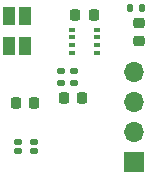
<source format=gbr>
%TF.GenerationSoftware,KiCad,Pcbnew,7.0.11-7.0.11~ubuntu22.04.1*%
%TF.CreationDate,2024-04-16T17:11:50+02:00*%
%TF.ProjectId,I2C_Module_SHT45_BME280_small_FUEL4EP,4932435f-4d6f-4647-956c-655f53485434,V1.4*%
%TF.SameCoordinates,Original*%
%TF.FileFunction,Soldermask,Top*%
%TF.FilePolarity,Negative*%
%FSLAX46Y46*%
G04 Gerber Fmt 4.6, Leading zero omitted, Abs format (unit mm)*
G04 Created by KiCad (PCBNEW 7.0.11-7.0.11~ubuntu22.04.1) date 2024-04-16 17:11:50*
%MOMM*%
%LPD*%
G01*
G04 APERTURE LIST*
G04 Aperture macros list*
%AMRoundRect*
0 Rectangle with rounded corners*
0 $1 Rounding radius*
0 $2 $3 $4 $5 $6 $7 $8 $9 X,Y pos of 4 corners*
0 Add a 4 corners polygon primitive as box body*
4,1,4,$2,$3,$4,$5,$6,$7,$8,$9,$2,$3,0*
0 Add four circle primitives for the rounded corners*
1,1,$1+$1,$2,$3*
1,1,$1+$1,$4,$5*
1,1,$1+$1,$6,$7*
1,1,$1+$1,$8,$9*
0 Add four rect primitives between the rounded corners*
20,1,$1+$1,$2,$3,$4,$5,0*
20,1,$1+$1,$4,$5,$6,$7,0*
20,1,$1+$1,$6,$7,$8,$9,0*
20,1,$1+$1,$8,$9,$2,$3,0*%
G04 Aperture macros list end*
%ADD10RoundRect,0.102000X-0.250000X-0.150000X0.250000X-0.150000X0.250000X0.150000X-0.250000X0.150000X0*%
%ADD11RoundRect,0.225000X-0.250000X0.225000X-0.250000X-0.225000X0.250000X-0.225000X0.250000X0.225000X0*%
%ADD12RoundRect,0.147500X0.147500X0.172500X-0.147500X0.172500X-0.147500X-0.172500X0.147500X-0.172500X0*%
%ADD13R,1.000000X1.500000*%
%ADD14R,0.500000X0.350000*%
%ADD15RoundRect,0.225000X-0.225000X-0.250000X0.225000X-0.250000X0.225000X0.250000X-0.225000X0.250000X0*%
%ADD16RoundRect,0.135000X-0.185000X0.135000X-0.185000X-0.135000X0.185000X-0.135000X0.185000X0.135000X0*%
%ADD17RoundRect,0.225000X0.225000X0.250000X-0.225000X0.250000X-0.225000X-0.250000X0.225000X-0.250000X0*%
%ADD18R,1.700000X1.700000*%
%ADD19O,1.700000X1.700000*%
G04 APERTURE END LIST*
D10*
%TO.C,U2*%
X2025000Y3725000D03*
X2025000Y2925000D03*
X3425000Y2925000D03*
X3425000Y3725000D03*
%TD*%
D11*
%TO.C,C1*%
X12247600Y13779800D03*
X12247600Y12229800D03*
%TD*%
D12*
%TO.C,FB1*%
X12529400Y15036800D03*
X11559400Y15036800D03*
%TD*%
D13*
%TO.C,JP2*%
X1320800Y11836400D03*
X2620800Y11836400D03*
%TD*%
D14*
%TO.C,U1*%
X8695800Y13217800D03*
X8695800Y12567800D03*
X8695800Y11917800D03*
X8695800Y11267800D03*
X6645800Y11267800D03*
X6645800Y11917800D03*
X6645800Y12567800D03*
X6645800Y13217800D03*
%TD*%
D13*
%TO.C,JP1*%
X2620800Y14376400D03*
X1320800Y14376400D03*
%TD*%
D15*
%TO.C,C3*%
X5935400Y7416800D03*
X7485400Y7416800D03*
%TD*%
D16*
%TO.C,R1*%
X5694400Y9704800D03*
X5694400Y8684800D03*
%TD*%
D17*
%TO.C,C4*%
X8445800Y14478000D03*
X6895800Y14478000D03*
%TD*%
D16*
%TO.C,R2*%
X6761200Y9704800D03*
X6761200Y8684800D03*
%TD*%
D15*
%TO.C,C2*%
X1875000Y7000000D03*
X3425000Y7000000D03*
%TD*%
D18*
%TO.C,J1*%
X11892000Y2032000D03*
D19*
X11892000Y4572000D03*
X11892000Y7112000D03*
X11892000Y9652000D03*
%TD*%
M02*

</source>
